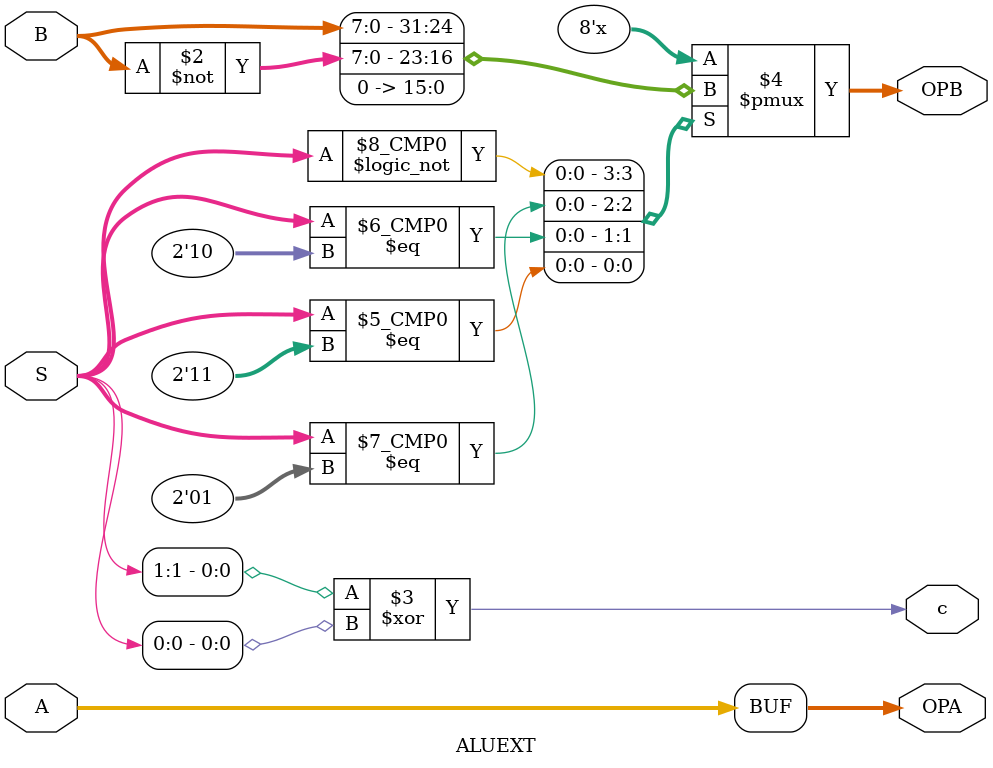
<source format=v>
module ALUEXT (
    input [7:0] A, //8 bit input
    input [7:0] B, //8 bit input
    input [1:0] S, // 2 bit input to transform 
    output [7:0] OPA,
    output reg [7:0] OPB,
    output c //Carry In
);
    always @(*) begin
        case (S)
            2'b00 : OPB = B;
            2'b01 : OPB = ~B; // Bitwise B
            2'b10 : OPB = 0;
            2'b11 : OPB = 0;
            default : OPB = B;
        endcase
    end

    assign OPA = A;
    assign c = S[1] ^ S[0]; // Y XOR Z to generate the +1 condition adder


endmodule

</source>
